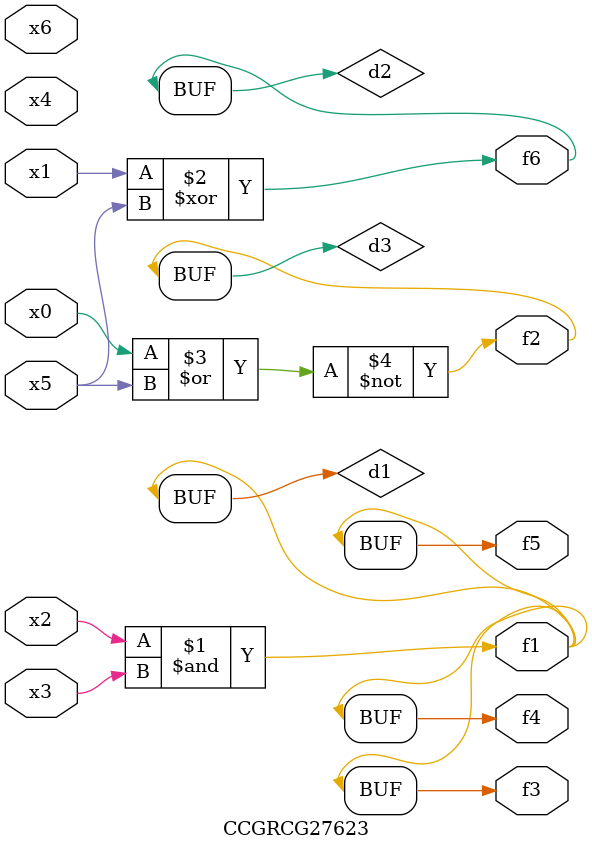
<source format=v>
module CCGRCG27623(
	input x0, x1, x2, x3, x4, x5, x6,
	output f1, f2, f3, f4, f5, f6
);

	wire d1, d2, d3;

	and (d1, x2, x3);
	xor (d2, x1, x5);
	nor (d3, x0, x5);
	assign f1 = d1;
	assign f2 = d3;
	assign f3 = d1;
	assign f4 = d1;
	assign f5 = d1;
	assign f6 = d2;
endmodule

</source>
